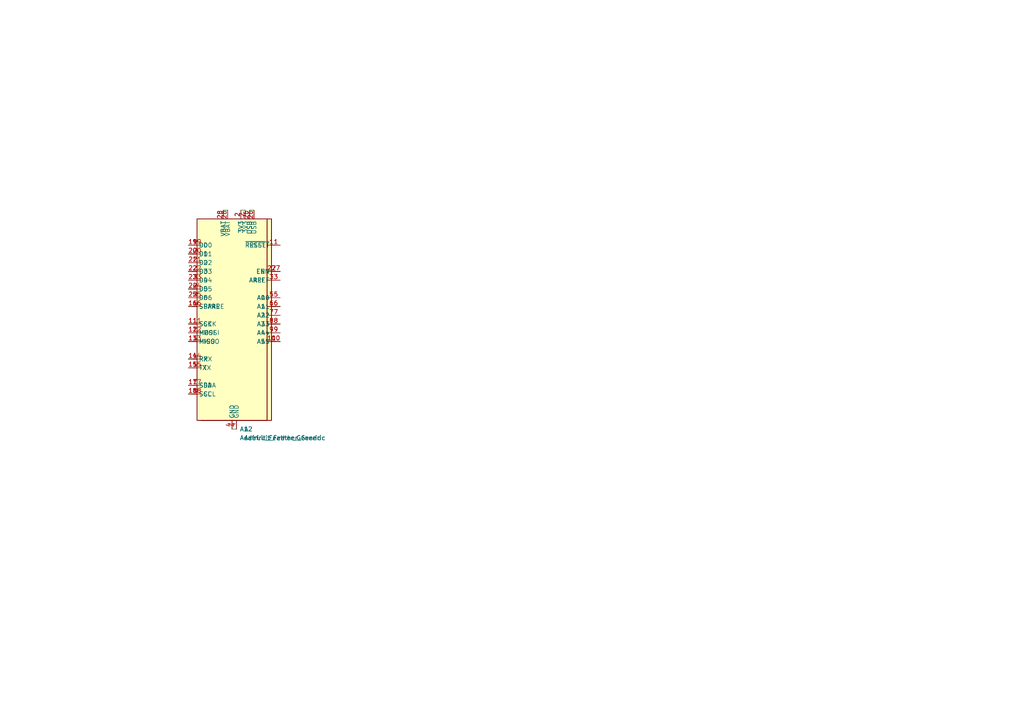
<source format=kicad_sch>
(kicad_sch (version 20230121) (generator eeschema)
  (paper "A4")
  (lib_symbols
    (symbol "MCU_Module:Adafruit_Feather_Generic"
      (property "Reference" "A" (at -10.16 29.21 0))
      (property "Value" "Adafruit_Feather_Generic" (at 2.54 -31.75 0))
      (symbol "Adafruit_Feather_Generic_0_1"
        (rectangle (start -10.16 27.94) (end 10.16 -30.48) (stroke (width 0.254)) (fill (type background)))
      )
      (symbol "Adafruit_Feather_Generic_1_1"
        (pin input line (at 12.7 20.32 180) (length 2.54) (name "~{RESET}") (number "1"))
        (pin bidirectional line (at 12.7 -7.62 180) (length 2.54) (name "A5") (number "10"))
        (pin bidirectional line (at -12.7 -2.54 0) (length 2.54) (name "SCK") (number "11"))
        (pin bidirectional line (at -12.7 -5.08 0) (length 2.54) (name "MOSI") (number "12"))
        (pin bidirectional line (at -12.7 -7.62 0) (length 2.54) (name "MISO") (number "13"))
        (pin bidirectional line (at -12.7 -12.7 0) (length 2.54) (name "RX") (number "14"))
        (pin bidirectional line (at -12.7 -15.24 0) (length 2.54) (name "TX") (number "15"))
        (pin bidirectional line (at -12.7 2.54 0) (length 2.54) (name "SPARE") (number "16"))
        (pin bidirectional line (at -12.7 -20.32 0) (length 2.54) (name "SDA") (number "17"))
        (pin bidirectional line (at -12.7 -22.86 0) (length 2.54) (name "SCL") (number "18"))
        (pin bidirectional line (at -12.7 20.32 0) (length 2.54) (name "D0") (number "19"))
        (pin power_in line (at 2.54 30.48 270) (length 2.54) (name "3V3") (number "2"))
        (pin bidirectional line (at -12.7 17.78 0) (length 2.54) (name "D1") (number "20"))
        (pin bidirectional line (at -12.7 15.24 0) (length 2.54) (name "D2") (number "21"))
        (pin bidirectional line (at -12.7 12.7 0) (length 2.54) (name "D3") (number "22"))
        (pin bidirectional line (at -12.7 10.16 0) (length 2.54) (name "D4") (number "23"))
        (pin bidirectional line (at -12.7 7.62 0) (length 2.54) (name "D5") (number "24"))
        (pin bidirectional line (at -12.7 5.08 0) (length 2.54) (name "D6") (number "25"))
        (pin power_in line (at 5.08 30.48 270) (length 2.54) (name "USB") (number "26"))
        (pin input line (at 12.7 12.7 180) (length 2.54) (name "EN") (number "27"))
        (pin power_in line (at -2.54 30.48 270) (length 2.54) (name "VBAT") (number "28"))
        (pin input line (at 12.7 10.16 180) (length 2.54) (name "AREF") (number "3"))
        (pin power_in line (at 0 -33.02 90) (length 2.54) (name "GND") (number "4"))
        (pin bidirectional line (at 12.7 5.08 180) (length 2.54) (name "A0") (number "5"))
        (pin bidirectional line (at 12.7 2.54 180) (length 2.54) (name "A1") (number "6"))
        (pin bidirectional line (at 12.7 0 180) (length 2.54) (name "A2") (number "7"))
        (pin bidirectional line (at 12.7 -2.54 180) (length 2.54) (name "A3") (number "8"))
        (pin bidirectional line (at 12.7 -5.08 180) (length 2.54) (name "A4") (number "9"))
      )
    )
  )
  (wire (pts (xy 80.01 86.36) (xy 81.28 86.36)))
  (wire (pts (xy 72.39 60.96) (xy 73.66 60.96)))
  (wire (pts (xy 80.01 81.28) (xy 81.28 81.28)))
  (wire (pts (xy 67.31 124.46) (xy 68.58 124.46)))
  (wire (pts (xy 80.01 96.52) (xy 81.28 96.52)))
  (wire (pts (xy 54.61 76.2) (xy 55.88 76.2)))
  (wire (pts (xy 80.01 93.98) (xy 81.28 93.98)))
  (wire (pts (xy 54.61 93.98) (xy 55.88 93.98)))
  (wire (pts (xy 80.01 91.44) (xy 81.28 91.44)))
  (wire (pts (xy 54.61 106.68) (xy 55.88 106.68)))
  (wire (pts (xy 54.61 111.76) (xy 55.88 111.76)))
  (wire (pts (xy 80.01 99.06) (xy 81.28 99.06)))
  (wire (pts (xy 80.01 88.9) (xy 81.28 88.9)))
  (wire (pts (xy 54.61 99.06) (xy 55.88 99.06)))
  (wire (pts (xy 54.61 114.3) (xy 55.88 114.3)))
  (wire (pts (xy 54.61 78.74) (xy 55.88 78.74)))
  (wire (pts (xy 54.61 104.14) (xy 55.88 104.14)))
  (wire (pts (xy 54.61 96.52) (xy 55.88 96.52)))
  (wire (pts (xy 54.61 86.36) (xy 55.88 86.36)))
  (wire (pts (xy 80.01 71.12) (xy 81.28 71.12)))
  (wire (pts (xy 54.61 71.12) (xy 55.88 71.12)))
  (wire (pts (xy 54.61 81.28) (xy 55.88 81.28)))
  (wire (pts (xy 54.61 73.66) (xy 55.88 73.66)))
  (wire (pts (xy 54.61 83.82) (xy 55.88 83.82)))
  (wire (pts (xy 69.85 60.96) (xy 71.12 60.96)))
  (wire (pts (xy 64.77 60.96) (xy 66.04 60.96)))
  (wire (pts (xy 80.01 78.74) (xy 81.28 78.74)))
  (wire (pts (xy 54.61 88.9) (xy 55.88 88.9)))
  (symbol (lib_id "MCU_Module:Adafruit_Feather_Generic") (at 67.31 91.44 0) (unit 1)
    (property "Reference" "A1" (at 69.5041 124.46 0) (effects (justify left)))
    (property "Value" "Adafruit_Feather_Generic" (at 69.5041 127 0) (effects (justify left)))
    (property "Footprint" "Module:Adafruit_Feather" (effects hide))
    (property "Datasheet" "https://cdn-learn.adafruit.com/downloads/pdf/adafruit-feather.pdf" (effects hide))
  )
  (symbol (lib_id "MCU_Module:Adafruit_Feather_Generic") (at 68.58 91.44 0) (unit 1)
    (property "Reference" "A2" (at 70.7741 124.46 0) (effects (justify left)))
    (property "Value" "Adafruit_Feather_Generic" (at 70.7741 127 0) (effects (justify left)))
    (property "Footprint" "Module:Adafruit_Feather" (effects hide))
    (property "Datasheet" "https://cdn-learn.adafruit.com/downloads/pdf/adafruit-feather.pdf" (effects hide))
  )
)
</source>
